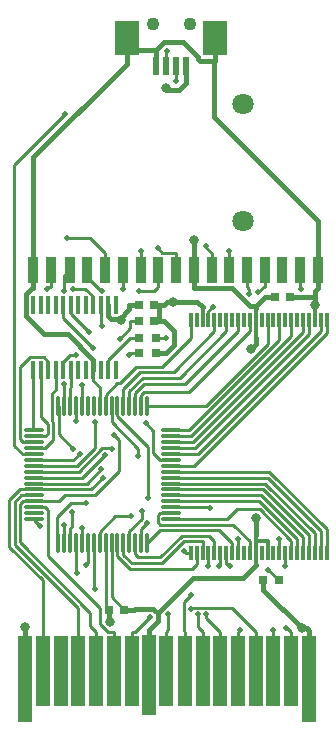
<source format=gbr>
%TF.GenerationSoftware,KiCad,Pcbnew,(6.0.2)*%
%TF.CreationDate,2022-11-02T20:30:41-05:00*%
%TF.ProjectId,REF1845B,52454631-3834-4354-922e-6b696361645f,rev?*%
%TF.SameCoordinates,Original*%
%TF.FileFunction,Copper,L1,Top*%
%TF.FilePolarity,Positive*%
%FSLAX46Y46*%
G04 Gerber Fmt 4.6, Leading zero omitted, Abs format (unit mm)*
G04 Created by KiCad (PCBNEW (6.0.2)) date 2022-11-02 20:30:41*
%MOMM*%
%LPD*%
G01*
G04 APERTURE LIST*
G04 Aperture macros list*
%AMRoundRect*
0 Rectangle with rounded corners*
0 $1 Rounding radius*
0 $2 $3 $4 $5 $6 $7 $8 $9 X,Y pos of 4 corners*
0 Add a 4 corners polygon primitive as box body*
4,1,4,$2,$3,$4,$5,$6,$7,$8,$9,$2,$3,0*
0 Add four circle primitives for the rounded corners*
1,1,$1+$1,$2,$3*
1,1,$1+$1,$4,$5*
1,1,$1+$1,$6,$7*
1,1,$1+$1,$8,$9*
0 Add four rect primitives between the rounded corners*
20,1,$1+$1,$2,$3,$4,$5,0*
20,1,$1+$1,$4,$5,$6,$7,0*
20,1,$1+$1,$6,$7,$8,$9,0*
20,1,$1+$1,$8,$9,$2,$3,0*%
G04 Aperture macros list end*
%TA.AperFunction,SMDPad,CuDef*%
%ADD10RoundRect,0.075000X-0.075000X-0.750000X0.075000X-0.750000X0.075000X0.750000X-0.075000X0.750000X0*%
%TD*%
%TA.AperFunction,SMDPad,CuDef*%
%ADD11RoundRect,0.075000X-0.750000X-0.075000X0.750000X-0.075000X0.750000X0.075000X-0.750000X0.075000X0*%
%TD*%
%TA.AperFunction,ComponentPad*%
%ADD12C,1.800000*%
%TD*%
%TA.AperFunction,SMDPad,CuDef*%
%ADD13R,0.800000X0.800000*%
%TD*%
%TA.AperFunction,SMDPad,CuDef*%
%ADD14RoundRect,0.100000X-0.100000X-0.650000X0.100000X-0.650000X0.100000X0.650000X-0.100000X0.650000X0*%
%TD*%
%TA.AperFunction,SMDPad,CuDef*%
%ADD15R,0.950000X2.250000*%
%TD*%
%TA.AperFunction,SMDPad,CuDef*%
%ADD16R,2.000000X3.000000*%
%TD*%
%TA.AperFunction,SMDPad,CuDef*%
%ADD17R,0.550000X1.630000*%
%TD*%
%TA.AperFunction,SMDPad,CuDef*%
%ADD18R,1.200000X7.250000*%
%TD*%
%TA.AperFunction,SMDPad,CuDef*%
%ADD19R,1.200000X6.000000*%
%TD*%
%TA.AperFunction,SMDPad,CuDef*%
%ADD20R,1.200000X6.750000*%
%TD*%
%TA.AperFunction,SMDPad,CuDef*%
%ADD21R,0.300000X1.300000*%
%TD*%
%TA.AperFunction,ComponentPad*%
%ADD22C,1.100000*%
%TD*%
%TA.AperFunction,ViaPad*%
%ADD23C,0.500000*%
%TD*%
%TA.AperFunction,ViaPad*%
%ADD24C,0.800000*%
%TD*%
%TA.AperFunction,Conductor*%
%ADD25C,0.250000*%
%TD*%
%TA.AperFunction,Conductor*%
%ADD26C,0.450000*%
%TD*%
%TA.AperFunction,Conductor*%
%ADD27C,0.299800*%
%TD*%
G04 APERTURE END LIST*
D10*
%TO.P,U3,1,I/O*%
%TO.N,/D1*%
X141405000Y-115654000D03*
%TO.P,U3,2,I/O*%
%TO.N,/D2*%
X141905000Y-115654000D03*
%TO.P,U3,3,I/O*%
%TO.N,/D3*%
X142405000Y-115654000D03*
%TO.P,U3,4,I/O*%
%TO.N,/D4*%
X142905000Y-115654000D03*
%TO.P,U3,5,I/O*%
%TO.N,/D5*%
X143405000Y-115654000D03*
%TO.P,U3,6,I/O*%
%TO.N,/D6*%
X143905000Y-115654000D03*
%TO.P,U3,7,I/O*%
%TO.N,/D7*%
X144405000Y-115654000D03*
%TO.P,U3,8,I/O*%
%TO.N,/A16*%
X144905000Y-115654000D03*
%TO.P,U3,9,I/O*%
%TO.N,/GND*%
X145405000Y-115654000D03*
%TO.P,U3,10,I/O*%
%TO.N,/VCC*%
X145905000Y-115654000D03*
%TO.P,U3,11,I/O*%
%TO.N,/A15*%
X146405000Y-115654000D03*
%TO.P,U3,12,I/O*%
%TO.N,/A14*%
X146905000Y-115654000D03*
%TO.P,U3,13,I/O*%
%TO.N,/A13*%
X147405000Y-115654000D03*
%TO.P,U3,14,I/O*%
%TO.N,/A12*%
X147905000Y-115654000D03*
%TO.P,U3,15,I/O*%
%TO.N,/A11*%
X148405000Y-115654000D03*
%TO.P,U3,16,I/O*%
%TO.N,/A9*%
X148905000Y-115654000D03*
D11*
%TO.P,U3,17,I/O*%
%TO.N,/A8*%
X150980000Y-113579000D03*
%TO.P,U3,18,I/O*%
%TO.N,/SST.WE*%
X150980000Y-113079000D03*
%TO.P,U3,19,I/O*%
%TO.N,/A18*%
X150980000Y-112579000D03*
%TO.P,U3,20,I/O*%
%TO.N,/A7*%
X150980000Y-112079000D03*
%TO.P,U3,21,I/O*%
%TO.N,/A6*%
X150980000Y-111579000D03*
%TO.P,U3,22,I/O*%
%TO.N,/A5*%
X150980000Y-111079000D03*
%TO.P,U3,23,I/O*%
%TO.N,/A4*%
X150980000Y-110579000D03*
%TO.P,U3,24,I/O*%
%TO.N,/A3*%
X150980000Y-110079000D03*
%TO.P,U3,25,I/O*%
%TO.N,/A2*%
X150980000Y-109579000D03*
%TO.P,U3,26,I/O*%
%TO.N,/A1*%
X150980000Y-109079000D03*
%TO.P,U3,27,I/O*%
%TO.N,/A0*%
X150980000Y-108579000D03*
%TO.P,U3,28,I/O*%
%TO.N,/SST.CE*%
X150980000Y-108079000D03*
%TO.P,U3,29,I/O*%
%TO.N,/SST.OE*%
X150980000Y-107579000D03*
%TO.P,U3,30,I/O*%
%TO.N,/DQ0*%
X150980000Y-107079000D03*
%TO.P,U3,31,I/O*%
%TO.N,/DQ1*%
X150980000Y-106579000D03*
%TO.P,U3,32,I/O*%
%TO.N,/DQ2*%
X150980000Y-106079000D03*
D10*
%TO.P,U3,33,I/O*%
%TO.N,/DQ3*%
X148905000Y-104004000D03*
%TO.P,U3,34,I/O*%
%TO.N,/DQ4*%
X148405000Y-104004000D03*
%TO.P,U3,35,I/O*%
%TO.N,/DQ5*%
X147905000Y-104004000D03*
%TO.P,U3,36,I/O*%
%TO.N,/DQ6*%
X147405000Y-104004000D03*
%TO.P,U3,37,I/O*%
%TO.N,/DQ7*%
X146905000Y-104004000D03*
%TO.P,U3,38,I/O*%
%TO.N,/A10*%
X146405000Y-104004000D03*
%TO.P,U3,39,I/O*%
%TO.N,/A19*%
X145905000Y-104004000D03*
%TO.P,U3,40,I/O*%
%TO.N,/A17*%
X145405000Y-104004000D03*
%TO.P,U3,41,I/O*%
%TO.N,/GND*%
X144905000Y-104004000D03*
%TO.P,U3,42,I/O*%
%TO.N,unconnected-(U3-Pad42)*%
X144405000Y-104004000D03*
%TO.P,U3,43,I/O*%
%TO.N,unconnected-(U3-Pad43)*%
X143905000Y-104004000D03*
%TO.P,U3,44,I/O*%
%TO.N,/P1-0*%
X143405000Y-104004000D03*
%TO.P,U3,45,I/O*%
%TO.N,/P1-1*%
X142905000Y-104004000D03*
%TO.P,U3,46,I/O*%
%TO.N,/P1-2*%
X142405000Y-104004000D03*
%TO.P,U3,47,I/O*%
%TO.N,/P1-3*%
X141905000Y-104004000D03*
%TO.P,U3,48,I/O*%
%TO.N,/A20*%
X141405000Y-104004000D03*
D11*
%TO.P,U3,49,I/O*%
%TO.N,/P0-0*%
X139330000Y-106079000D03*
%TO.P,U3,50,I/O*%
%TO.N,/P0-1*%
X139330000Y-106579000D03*
%TO.P,U3,51,I/O*%
%TO.N,/P0-2*%
X139330000Y-107079000D03*
%TO.P,U3,52,I/O*%
%TO.N,/P0-3*%
X139330000Y-107579000D03*
%TO.P,U3,53,I/O*%
%TO.N,/Pin.53*%
X139330000Y-108079000D03*
%TO.P,U3,54,I/O*%
%TO.N,/Pin.54*%
X139330000Y-108579000D03*
%TO.P,U3,55,I/O*%
%TO.N,/Pin.55*%
X139330000Y-109079000D03*
%TO.P,U3,56,I/O*%
%TO.N,/Pin.56*%
X139330000Y-109579000D03*
%TO.P,U3,57,I/O*%
%TO.N,/Cart.CS1*%
X139330000Y-110079000D03*
%TO.P,U3,58,I/O*%
%TO.N,/Cart.CS2*%
X139330000Y-110579000D03*
%TO.P,U3,59,I/O*%
%TO.N,/CLK*%
X139330000Y-111079000D03*
%TO.P,U3,60,I/O*%
%TO.N,/Sys.CS1*%
X139330000Y-111579000D03*
%TO.P,U3,61,I/O*%
%TO.N,/Reset*%
X139330000Y-112079000D03*
%TO.P,U3,62,I/O*%
%TO.N,/Sys.CS2*%
X139330000Y-112579000D03*
%TO.P,U3,63,I/O*%
%TO.N,unconnected-(U3-Pad63)*%
X139330000Y-113079000D03*
%TO.P,U3,64,I/O*%
%TO.N,/D0*%
X139330000Y-113579000D03*
%TD*%
D12*
%TO.P,J3,12*%
%TO.N,N/C*%
X156999000Y-88375000D03*
X156999000Y-78441000D03*
%TD*%
D13*
%TO.P,C1,1*%
%TO.N,/GND*%
X145684000Y-121273000D03*
%TO.P,C1,2*%
%TO.N,/VCC*%
X146993000Y-121272000D03*
%TD*%
D14*
%TO.P,U4,1,P0-0*%
%TO.N,/P0-0*%
X139264000Y-100976000D03*
%TO.P,U4,2,P0-1*%
%TO.N,/P0-1*%
X139899000Y-100976000D03*
%TO.P,U4,3,P0-2*%
%TO.N,/P0-2*%
X140534000Y-100976000D03*
%TO.P,U4,4,P0-3*%
%TO.N,/P0-3*%
X141169000Y-100976000D03*
%TO.P,U4,5,P1-0*%
%TO.N,/P1-0*%
X141804000Y-100976000D03*
%TO.P,U4,6,P1-2*%
%TO.N,/P1-2*%
X142439000Y-100976000D03*
%TO.P,U4,7,P1-4*%
%TO.N,unconnected-(U4-Pad7)*%
X143074000Y-100976000D03*
%TO.P,U4,8,P1-6*%
%TO.N,unconnected-(U4-Pad8)*%
X143709000Y-100976000D03*
%TO.P,U4,9,VSS*%
%TO.N,/GND*%
X144344000Y-100976000D03*
%TO.P,U4,10,VPP*%
%TO.N,unconnected-(U4-Pad10)*%
X144979000Y-100976000D03*
%TO.P,U4,11,VREG/P2-0*%
%TO.N,/VREG*%
X145614000Y-100976000D03*
%TO.P,U4,12,XTALIN/P2-1*%
%TO.N,unconnected-(U4-Pad12)*%
X146249000Y-100976000D03*
%TO.P,U4,13,XTALOUT*%
%TO.N,unconnected-(U4-Pad13)*%
X146249000Y-95476000D03*
%TO.P,U4,14,VCC*%
%TO.N,/USB.VCC*%
X145614000Y-95476000D03*
%TO.P,U4,15,D-/SDATA*%
%TO.N,/USB.D-*%
X144979000Y-95476000D03*
%TO.P,U4,16,D+/SCLK*%
%TO.N,/USB.D+*%
X144344000Y-95476000D03*
%TO.P,U4,17,P1-7*%
%TO.N,unconnected-(U4-Pad17)*%
X143709000Y-95476000D03*
%TO.P,U4,18,P1-5*%
%TO.N,unconnected-(U4-Pad18)*%
X143074000Y-95476000D03*
%TO.P,U4,19,P1-3*%
%TO.N,/P1-3*%
X142439000Y-95476000D03*
%TO.P,U4,20,P1-1*%
%TO.N,/P1-1*%
X141804000Y-95476000D03*
%TO.P,U4,21,P0-7*%
%TO.N,unconnected-(U4-Pad21)*%
X141169000Y-95476000D03*
%TO.P,U4,22,P0-6*%
%TO.N,unconnected-(U4-Pad22)*%
X140534000Y-95476000D03*
%TO.P,U4,23,P0-5*%
%TO.N,unconnected-(U4-Pad23)*%
X139899000Y-95476000D03*
%TO.P,U4,24,P0-4*%
%TO.N,unconnected-(U4-Pad24)*%
X139264000Y-95476000D03*
%TD*%
D13*
%TO.P,R2,1*%
%TO.N,/IRQ*%
X148218000Y-96830000D03*
%TO.P,R2,2*%
%TO.N,/GND*%
X149527000Y-96829000D03*
%TD*%
%TO.P,C2,1*%
%TO.N,/USB.VCC*%
X148218000Y-95444000D03*
%TO.P,C2,2*%
%TO.N,/GND*%
X149527000Y-95443000D03*
%TD*%
%TO.P,R3,1*%
%TO.N,/USB.D-*%
X148230000Y-99562000D03*
%TO.P,R3,2*%
%TO.N,/VREG*%
X148229000Y-98253000D03*
%TD*%
%TO.P,C3,1*%
%TO.N,/VCC*%
X159719000Y-94785000D03*
%TO.P,C3,2*%
%TO.N,/GND*%
X161028000Y-94784000D03*
%TD*%
%TO.P,R4,1*%
%TO.N,/GND*%
X149653000Y-99562000D03*
%TO.P,R4,2*%
%TO.N,/P1-0*%
X149652000Y-98253000D03*
%TD*%
D15*
%TO.P,U5,1,GND*%
%TO.N,/GND*%
X163351000Y-92490000D03*
%TO.P,U5,2,CLK*%
%TO.N,/CLK*%
X161881000Y-92483000D03*
%TO.P,U5,3,N/C*%
%TO.N,unconnected-(U5-Pad3)*%
X160372000Y-92487000D03*
%TO.P,U5,4,CS1*%
%TO.N,/Cart.CS1*%
X158870000Y-92487000D03*
%TO.P,U5,5,Reset*%
%TO.N,/Reset*%
X157360000Y-92488000D03*
%TO.P,U5,6,CS2*%
%TO.N,/Cart.CS2*%
X155849000Y-92488000D03*
%TO.P,U5,7,IRQ*%
%TO.N,/IRQ*%
X154380000Y-92487000D03*
%TO.P,U5,8,VCC*%
%TO.N,/VCC*%
X152872000Y-92492000D03*
%TO.P,U5,9,D0*%
%TO.N,/D0*%
X151363000Y-92486000D03*
%TO.P,U5,10,D1*%
%TO.N,/D1*%
X149860000Y-92489000D03*
%TO.P,U5,11,D2*%
%TO.N,/D2*%
X148388000Y-92488000D03*
%TO.P,U5,12,D3*%
%TO.N,/D3*%
X146879000Y-92490000D03*
%TO.P,U5,13,D4*%
%TO.N,/D4*%
X145334000Y-92493000D03*
%TO.P,U5,14,D5*%
%TO.N,/D5*%
X143861000Y-92488000D03*
%TO.P,U5,15,D6*%
%TO.N,/D6*%
X142359000Y-92492000D03*
%TO.P,U5,16,D7*%
%TO.N,/D7*%
X140812000Y-92484000D03*
%TO.P,U5,17,GND*%
%TO.N,/GND*%
X139298000Y-92487000D03*
%TD*%
D13*
%TO.P,R1,1*%
%TO.N,/GND*%
X158759000Y-118736000D03*
%TO.P,R1,2*%
%TO.N,/A20*%
X160068000Y-118735000D03*
%TD*%
D16*
%TO.P,J1,1,Pin_1*%
%TO.N,/GND*%
X147200000Y-72879000D03*
X154624000Y-72877000D03*
D17*
X149663000Y-75217000D03*
%TO.P,J1,2,Pin_2*%
%TO.N,/USB.D+*%
X150497000Y-75222000D03*
%TO.P,J1,3,Pin_3*%
%TO.N,/USB.D-*%
X151367000Y-75222000D03*
%TO.P,J1,4,Pin_4*%
%TO.N,/USB.VCC*%
X152241000Y-75221000D03*
%TD*%
D18*
%TO.P,U1,1,GND*%
%TO.N,/GND*%
X138546900Y-127090900D03*
D19*
%TO.P,U1,2,CLK*%
%TO.N,/CLK*%
X140088900Y-126444900D03*
%TO.P,U1,3,N/C*%
%TO.N,unconnected-(U1-Pad3)*%
X141603900Y-126452900D03*
%TO.P,U1,4,CS1*%
%TO.N,/Sys.CS1*%
X143062900Y-126444900D03*
%TO.P,U1,5,Reset*%
%TO.N,/Reset*%
X144569900Y-126451900D03*
%TO.P,U1,6,CS2*%
%TO.N,/Sys.CS2*%
X146132900Y-126451900D03*
%TO.P,U1,7,IRQ*%
%TO.N,/IRQ*%
X147631900Y-126451900D03*
D20*
%TO.P,U1,8,VCC*%
%TO.N,/VCC*%
X149058900Y-126794900D03*
D19*
%TO.P,U1,9,D0*%
%TO.N,/D0*%
X150555900Y-126459900D03*
%TO.P,U1,10,D1*%
%TO.N,/D1*%
X152118900Y-126459900D03*
%TO.P,U1,11,D2*%
%TO.N,/D2*%
X153625900Y-126451900D03*
%TO.P,U1,12,D3*%
%TO.N,/D3*%
X155100900Y-126451900D03*
%TO.P,U1,13,D4*%
%TO.N,/D4*%
X156599900Y-126451900D03*
%TO.P,U1,14,D5*%
%TO.N,/D5*%
X158098900Y-126443900D03*
%TO.P,U1,15,D6*%
%TO.N,/D6*%
X159613900Y-126451900D03*
%TO.P,U1,16,D7*%
%TO.N,/D7*%
X161128900Y-126451900D03*
D18*
%TO.P,U1,17,GND*%
%TO.N,/GND*%
X162635900Y-127084900D03*
%TD*%
D21*
%TO.P,U2,1,A16*%
%TO.N,/A16*%
X152614000Y-116422000D03*
%TO.P,U2,2,A15*%
%TO.N,/A15*%
X153114000Y-116422000D03*
%TO.P,U2,3,A14*%
%TO.N,/A14*%
X153614000Y-116422000D03*
%TO.P,U2,4,A13*%
%TO.N,/A13*%
X154114000Y-116422000D03*
%TO.P,U2,5,A12*%
%TO.N,/A12*%
X154614000Y-116422000D03*
%TO.P,U2,6,A11*%
%TO.N,/A11*%
X155114000Y-116422000D03*
%TO.P,U2,7,A10*%
%TO.N,/A10*%
X155614000Y-116422000D03*
%TO.P,U2,8,A9*%
%TO.N,/A9*%
X156114000Y-116422000D03*
%TO.P,U2,9,A20*%
%TO.N,/A20*%
X156614000Y-116422000D03*
%TO.P,U2,10,N/C*%
%TO.N,unconnected-(U2-Pad10)*%
X157114000Y-116422000D03*
%TO.P,U2,11,WE#*%
%TO.N,/SST.WE*%
X157614000Y-116422000D03*
%TO.P,U2,12,RESET#*%
%TO.N,/VCC*%
X158114000Y-116422000D03*
%TO.P,U2,13,N/C*%
%TO.N,unconnected-(U2-Pad13)*%
X158614000Y-116422000D03*
%TO.P,U2,14,WP#*%
%TO.N,/VCC*%
X159114000Y-116422000D03*
%TO.P,U2,15,N/C*%
%TO.N,unconnected-(U2-Pad15)*%
X159614000Y-116422000D03*
%TO.P,U2,16,A19*%
%TO.N,/A19*%
X160114000Y-116422000D03*
%TO.P,U2,17,A18*%
%TO.N,/A18*%
X160614000Y-116422000D03*
%TO.P,U2,18,A8*%
%TO.N,/A8*%
X161114000Y-116422000D03*
%TO.P,U2,19,A7*%
%TO.N,/A7*%
X161614000Y-116422000D03*
%TO.P,U2,20,A6*%
%TO.N,/A6*%
X162114000Y-116422000D03*
%TO.P,U2,21,A5*%
%TO.N,/A5*%
X162614000Y-116422000D03*
%TO.P,U2,22,A4*%
%TO.N,/A4*%
X163114000Y-116422000D03*
%TO.P,U2,23,A3*%
%TO.N,/A3*%
X163614000Y-116422000D03*
%TO.P,U2,24,A2*%
%TO.N,/A2*%
X164114000Y-116422000D03*
%TO.P,U2,25,A1*%
%TO.N,/A1*%
X164114000Y-96722000D03*
%TO.P,U2,26,CE#*%
%TO.N,/SST.CE*%
X163614000Y-96722000D03*
%TO.P,U2,27,VSS*%
%TO.N,/GND*%
X163114000Y-96722000D03*
%TO.P,U2,28,OE#*%
%TO.N,/SST.OE*%
X162614000Y-96722000D03*
%TO.P,U2,29,DQ0*%
%TO.N,/DQ0*%
X162114000Y-96722000D03*
%TO.P,U2,30,N/C*%
%TO.N,unconnected-(U2-Pad30)*%
X161614000Y-96722000D03*
%TO.P,U2,31,DQ1*%
%TO.N,/DQ1*%
X161114000Y-96722000D03*
%TO.P,U2,32,N/C*%
%TO.N,unconnected-(U2-Pad32)*%
X160614000Y-96722000D03*
%TO.P,U2,33,DQ2*%
%TO.N,/DQ2*%
X160114000Y-96722000D03*
%TO.P,U2,34,N/C*%
%TO.N,unconnected-(U2-Pad34)*%
X159614000Y-96722000D03*
%TO.P,U2,35,DQ3*%
%TO.N,/DQ3*%
X159114000Y-96722000D03*
%TO.P,U2,36,N/C*%
%TO.N,unconnected-(U2-Pad36)*%
X158614000Y-96722000D03*
%TO.P,U2,37,VCC*%
%TO.N,/VCC*%
X158114000Y-96722000D03*
%TO.P,U2,38,DQ4*%
%TO.N,/DQ4*%
X157614000Y-96722000D03*
%TO.P,U2,39,N/C*%
%TO.N,unconnected-(U2-Pad39)*%
X157114000Y-96722000D03*
%TO.P,U2,40,DQ5*%
%TO.N,/DQ5*%
X156614000Y-96722000D03*
%TO.P,U2,41,N/C*%
%TO.N,unconnected-(U2-Pad41)*%
X156114000Y-96722000D03*
%TO.P,U2,42,DQ6*%
%TO.N,/DQ6*%
X155614000Y-96722000D03*
%TO.P,U2,43,N/C*%
%TO.N,unconnected-(U2-Pad43)*%
X155114000Y-96722000D03*
%TO.P,U2,44,DQ7*%
%TO.N,/DQ7*%
X154614000Y-96722000D03*
%TO.P,U2,45,A0*%
%TO.N,/A0*%
X154114000Y-96722000D03*
%TO.P,U2,46,VSS*%
%TO.N,/GND*%
X153614000Y-96722000D03*
%TO.P,U2,47,N/C*%
%TO.N,unconnected-(U2-Pad47)*%
X153114000Y-96722000D03*
%TO.P,U2,48,A17*%
%TO.N,/A17*%
X152614000Y-96722000D03*
%TD*%
D22*
%TO.P,J2,5*%
%TO.N,N/C*%
X149446835Y-71650800D03*
X152509000Y-71653200D03*
%TD*%
D23*
%TO.N,/P1-1*%
X144315900Y-99108100D03*
X142905000Y-105295300D03*
%TO.N,/P1-3*%
X144010200Y-97781100D03*
X141905000Y-102178000D03*
%TO.N,/Cart.CS2*%
X155849000Y-90890100D03*
X145018500Y-109362100D03*
%TO.N,/Cart.CS1*%
X158330500Y-94390200D03*
X145332800Y-108186400D03*
%TO.N,/CLK*%
X145167700Y-110091700D03*
X161953200Y-94094000D03*
%TO.N,/Reset*%
X146122200Y-106438600D03*
X157504300Y-94516000D03*
%TO.N,/D0*%
X139833800Y-114186500D03*
X150674200Y-121662200D03*
X149798400Y-90639500D03*
%TO.N,/D1*%
X143772300Y-112213600D03*
X148234200Y-94266900D03*
X152604800Y-120021700D03*
%TO.N,/D2*%
X141881000Y-114067300D03*
X148388000Y-90878200D03*
X153234900Y-121662200D03*
%TO.N,/D3*%
X142545700Y-112966700D03*
X146879000Y-94071800D03*
X153935100Y-121662200D03*
%TO.N,/D4*%
X156749800Y-122976900D03*
X142979600Y-118120000D03*
X142106300Y-89795600D03*
%TO.N,/D5*%
X143405000Y-114362100D03*
X152622400Y-121212100D03*
X145135500Y-94263200D03*
%TO.N,/D6*%
X143713200Y-117433200D03*
X159613900Y-122989000D03*
X141892400Y-94257500D03*
%TO.N,/D7*%
X144473500Y-119540400D03*
X140431500Y-94073200D03*
X160709200Y-122772800D03*
%TO.N,/P1-0*%
X142922300Y-99684500D03*
X143405000Y-102205100D03*
X150526800Y-98227200D03*
%TO.N,/IRQ*%
X149133500Y-121894900D03*
X146582900Y-98347100D03*
X153943100Y-90462000D03*
%TO.N,/Pin.55*%
X144519900Y-105350400D03*
%TO.N,/Pin.54*%
X143205600Y-108036600D03*
%TO.N,/Pin.56*%
X145949700Y-107613700D03*
%TO.N,/Pin.53*%
X141993100Y-79322100D03*
D24*
%TO.N,/USB.VCC*%
X146720300Y-96749100D03*
X150480100Y-77127700D03*
D23*
%TO.N,/USB.D-*%
X145113900Y-97248700D03*
X151367000Y-76506700D03*
X147349100Y-99717800D03*
%TO.N,/USB.D+*%
X150589000Y-73947100D03*
X142682600Y-94080800D03*
%TO.N,/A0*%
X154459900Y-95616400D03*
X148793100Y-105491600D03*
D24*
%TO.N,/GND*%
X138546900Y-122737400D03*
X151079200Y-95166500D03*
X145769100Y-122279400D03*
X162039200Y-122842100D03*
X163114000Y-95425200D03*
D23*
%TO.N,/A18*%
X160614000Y-117537900D03*
X154275600Y-112662200D03*
%TO.N,/A19*%
X160066300Y-115311900D03*
X148178600Y-108276100D03*
D24*
%TO.N,/VCC*%
X157708700Y-99153800D03*
X158114000Y-113504800D03*
X152872000Y-89988700D03*
D23*
%TO.N,/A20*%
X156614000Y-115304000D03*
X159192300Y-117859300D03*
X142620900Y-107611700D03*
%TO.N,/A10*%
X155911200Y-117524400D03*
X148985900Y-111786900D03*
%TO.N,/A11*%
X155038800Y-117541600D03*
X148937500Y-113913300D03*
%TO.N,/A13*%
X154114000Y-117523800D03*
X148455500Y-112924900D03*
%TO.N,/A16*%
X152010700Y-116269600D03*
X147546700Y-113345500D03*
%TD*%
D25*
%TO.N,/GND*%
X144344000Y-101882000D02*
X144905000Y-102443000D01*
X144905000Y-102443000D02*
X144905000Y-104004000D01*
X144344000Y-101691000D02*
X144344000Y-101882000D01*
%TO.N,/P1-1*%
X142905000Y-104004000D02*
X142905000Y-105295300D01*
X141804000Y-96596200D02*
X144315900Y-99108100D01*
X141804000Y-95476000D02*
X141804000Y-96596200D01*
%TO.N,/P1-3*%
X142439000Y-96209900D02*
X144010200Y-97781100D01*
X142439000Y-95476000D02*
X142439000Y-96209900D01*
X141905000Y-104004000D02*
X141905000Y-102178000D01*
%TO.N,/P1-2*%
X142405000Y-102491500D02*
X142405000Y-104004000D01*
X142480200Y-102416300D02*
X142405000Y-102491500D01*
X142480200Y-101017200D02*
X142480200Y-102416300D01*
X142439000Y-100976000D02*
X142480200Y-101017200D01*
%TO.N,/P0-3*%
X140248300Y-107579000D02*
X139330000Y-107579000D01*
X140968600Y-106858700D02*
X140248300Y-107579000D01*
X140968600Y-105339000D02*
X140968600Y-106858700D01*
X140883700Y-105254100D02*
X140968600Y-105339000D01*
X140883700Y-102921400D02*
X140883700Y-105254100D01*
X141169000Y-102636100D02*
X140883700Y-102921400D01*
X141169000Y-100976000D02*
X141169000Y-102636100D01*
%TO.N,/P0-2*%
X140534000Y-100253000D02*
X140534000Y-100976000D01*
X140154000Y-99873000D02*
X140534000Y-100253000D01*
X139013200Y-99873000D02*
X140154000Y-99873000D01*
X138159700Y-100726500D02*
X139013200Y-99873000D01*
X138159700Y-106809000D02*
X138159700Y-100726500D01*
X138429700Y-107079000D02*
X138159700Y-106809000D01*
X139330000Y-107079000D02*
X138429700Y-107079000D01*
%TO.N,/P0-1*%
X140272400Y-106579000D02*
X139330000Y-106579000D01*
X140489900Y-106361500D02*
X140272400Y-106579000D01*
X140489900Y-105566100D02*
X140489900Y-106361500D01*
X139899000Y-104975200D02*
X140489900Y-105566100D01*
X139899000Y-100976000D02*
X139899000Y-104975200D01*
%TO.N,/P0-0*%
X139264000Y-106013000D02*
X139330000Y-106079000D01*
X139264000Y-100976000D02*
X139264000Y-106013000D01*
%TO.N,/Cart.CS2*%
X155849000Y-92488000D02*
X155849000Y-91037900D01*
X155849000Y-91037900D02*
X155849000Y-90890100D01*
X143801600Y-110579000D02*
X139330000Y-110579000D01*
X145018500Y-109362100D02*
X143801600Y-110579000D01*
%TO.N,/Cart.CS1*%
X158870000Y-92487000D02*
X158870000Y-93937100D01*
X158783600Y-93937100D02*
X158330500Y-94390200D01*
X158870000Y-93937100D02*
X158783600Y-93937100D01*
X143440200Y-110079000D02*
X139330000Y-110079000D01*
X145332800Y-108186400D02*
X143440200Y-110079000D01*
%TO.N,/CLK*%
X140088900Y-126444900D02*
X140088900Y-123119800D01*
X138142500Y-111079000D02*
X139330000Y-111079000D01*
X137266000Y-111955500D02*
X138142500Y-111079000D01*
X137266000Y-115963700D02*
X137266000Y-111955500D01*
X140088900Y-118786600D02*
X137266000Y-115963700D01*
X140088900Y-123119800D02*
X140088900Y-118786600D01*
X161953200Y-94005300D02*
X161881000Y-93933100D01*
X161953200Y-94094000D02*
X161953200Y-94005300D01*
X161881000Y-92483000D02*
X161881000Y-93933100D01*
X144180400Y-111079000D02*
X139330000Y-111079000D01*
X145167700Y-110091700D02*
X144180400Y-111079000D01*
%TO.N,/Sys.CS1*%
X143062900Y-126444900D02*
X143062900Y-123119800D01*
X143062900Y-121102200D02*
X143062900Y-123119800D01*
X137716100Y-115755400D02*
X143062900Y-121102200D01*
X137716100Y-112142000D02*
X137716100Y-115755400D01*
X138279100Y-111579000D02*
X137716100Y-112142000D01*
X139330000Y-111579000D02*
X138279100Y-111579000D01*
%TO.N,/Reset*%
X144569900Y-126451900D02*
X144569900Y-123126800D01*
X138415700Y-112079000D02*
X139330000Y-112079000D01*
X138166200Y-112328500D02*
X138415700Y-112079000D01*
X138166200Y-115568800D02*
X138166200Y-112328500D01*
X144118900Y-121521500D02*
X138166200Y-115568800D01*
X144118900Y-122675800D02*
X144118900Y-121521500D01*
X144569900Y-123126800D02*
X144118900Y-122675800D01*
X146572100Y-106888500D02*
X146122200Y-106438600D01*
X146572100Y-109501400D02*
X146572100Y-106888500D01*
X144489700Y-111583800D02*
X146572100Y-109501400D01*
X141978800Y-111583800D02*
X144489700Y-111583800D01*
X141483600Y-112079000D02*
X141978800Y-111583800D01*
X139330000Y-112079000D02*
X141483600Y-112079000D01*
X157504300Y-94082400D02*
X157360000Y-93938100D01*
X157504300Y-94516000D02*
X157504300Y-94082400D01*
X157360000Y-92488000D02*
X157360000Y-93938100D01*
%TO.N,/Sys.CS2*%
X146132900Y-126451900D02*
X146132900Y-123126800D01*
X145591000Y-123126800D02*
X146132900Y-123126800D01*
X144913500Y-122449300D02*
X145591000Y-123126800D01*
X144913500Y-121139200D02*
X144913500Y-122449300D01*
X140510300Y-116736000D02*
X144913500Y-121139200D01*
X140510300Y-112848200D02*
X140510300Y-116736000D01*
X140241100Y-112579000D02*
X140510300Y-112848200D01*
X139330000Y-112579000D02*
X140241100Y-112579000D01*
%TO.N,/D0*%
X150555900Y-126459900D02*
X150555900Y-123134800D01*
X151363000Y-92486000D02*
X151363000Y-91035900D01*
X139330000Y-113682700D02*
X139833800Y-114186500D01*
X139330000Y-113579000D02*
X139330000Y-113682700D01*
X150194800Y-91035900D02*
X149798400Y-90639500D01*
X151363000Y-91035900D02*
X150194800Y-91035900D01*
X150674200Y-123016500D02*
X150674200Y-121662200D01*
X150555900Y-123134800D02*
X150674200Y-123016500D01*
%TO.N,/D1*%
X143772300Y-112213700D02*
X143772300Y-112213600D01*
X142471000Y-112213700D02*
X143772300Y-112213700D01*
X141305900Y-113378800D02*
X142471000Y-112213700D01*
X141305900Y-115554900D02*
X141305900Y-113378800D01*
X141405000Y-115654000D02*
X141305900Y-115554900D01*
X149860000Y-92489000D02*
X149860000Y-93939100D01*
X149532200Y-94266900D02*
X149860000Y-93939100D01*
X148234200Y-94266900D02*
X149532200Y-94266900D01*
X152118900Y-126459900D02*
X152118900Y-123134800D01*
X152047300Y-123063200D02*
X152118900Y-123134800D01*
X152047300Y-120579200D02*
X152047300Y-123063200D01*
X152604800Y-120021700D02*
X152047300Y-120579200D01*
%TO.N,/D2*%
X141905000Y-114091300D02*
X141905000Y-115654000D01*
X141881000Y-114067300D02*
X141905000Y-114091300D01*
X148388000Y-92488000D02*
X148388000Y-91037900D01*
X153625900Y-126451900D02*
X153625900Y-123126800D01*
X148388000Y-91037900D02*
X148388000Y-90878200D01*
X153234900Y-122735800D02*
X153234900Y-121662200D01*
X153625900Y-123126800D02*
X153234900Y-122735800D01*
%TO.N,/D3*%
X146879000Y-92490000D02*
X146879000Y-93940100D01*
X146879000Y-93940100D02*
X146879000Y-94071800D01*
X155100900Y-126451900D02*
X155100900Y-123126800D01*
X142545700Y-114216000D02*
X142545700Y-112966700D01*
X142405000Y-114356700D02*
X142545700Y-114216000D01*
X142405000Y-115654000D02*
X142405000Y-114356700D01*
X153935100Y-121961000D02*
X153935100Y-121662200D01*
X155100900Y-123126800D02*
X153935100Y-121961000D01*
%TO.N,/D4*%
X142905000Y-118045400D02*
X142905000Y-115654000D01*
X142979600Y-118120000D02*
X142905000Y-118045400D01*
X156599900Y-126451900D02*
X156599900Y-123126800D01*
X145334000Y-92493000D02*
X145334000Y-91042900D01*
X144086700Y-89795600D02*
X142106300Y-89795600D01*
X145334000Y-91042900D02*
X144086700Y-89795600D01*
X156599900Y-123126800D02*
X156749800Y-122976900D01*
%TO.N,/D5*%
X143405000Y-115654000D02*
X143405000Y-114362100D01*
X158098900Y-126443900D02*
X158098900Y-123118800D01*
X152747400Y-121087100D02*
X152622400Y-121212100D01*
X156067200Y-121087100D02*
X152747400Y-121087100D01*
X158098900Y-123118800D02*
X156067200Y-121087100D01*
X145135500Y-94263100D02*
X145135500Y-94263200D01*
X145035100Y-94263100D02*
X145135500Y-94263100D01*
X143861000Y-93089000D02*
X145035100Y-94263100D01*
X143861000Y-92488000D02*
X143861000Y-93089000D01*
%TO.N,/D6*%
X143905000Y-117241400D02*
X143713200Y-117433200D01*
X143905000Y-115654000D02*
X143905000Y-117241400D01*
X159613900Y-126451900D02*
X159613900Y-123126800D01*
X159613900Y-123126800D02*
X159613900Y-122989000D01*
X141892400Y-92958600D02*
X141892400Y-94257500D01*
X142359000Y-92492000D02*
X141892400Y-92958600D01*
%TO.N,/D7*%
X144405000Y-119471900D02*
X144473500Y-119540400D01*
X144405000Y-115654000D02*
X144405000Y-119471900D01*
X140812000Y-92484000D02*
X140812000Y-93934100D01*
X140570600Y-93934100D02*
X140431500Y-94073200D01*
X140812000Y-93934100D02*
X140570600Y-93934100D01*
X161128900Y-126451900D02*
X161128900Y-123126800D01*
X160774900Y-122772800D02*
X160709200Y-122772800D01*
X161128900Y-123126800D02*
X160774900Y-122772800D01*
%TO.N,/P1-0*%
X149652000Y-98253000D02*
X150377100Y-98253000D01*
X150402900Y-98227200D02*
X150526800Y-98227200D01*
X150377100Y-98253000D02*
X150402900Y-98227200D01*
X143405000Y-104004000D02*
X143405000Y-102205100D01*
X142366800Y-99684500D02*
X142922300Y-99684500D01*
X141804000Y-100247300D02*
X142366800Y-99684500D01*
X141804000Y-100976000D02*
X141804000Y-100247300D01*
%TO.N,/VREG*%
X148229000Y-98253000D02*
X147503900Y-98253000D01*
X145614000Y-100142900D02*
X147503900Y-98253000D01*
X145614000Y-100976000D02*
X145614000Y-100142900D01*
%TO.N,/IRQ*%
X147631900Y-126451900D02*
X147631900Y-123126800D01*
X147901600Y-123126800D02*
X149133500Y-121894900D01*
X147631900Y-123126800D02*
X147901600Y-123126800D01*
X148218000Y-96830000D02*
X147492900Y-96830000D01*
X154380000Y-92487000D02*
X154380000Y-91036900D01*
X147492900Y-97437100D02*
X146582900Y-98347100D01*
X147492900Y-96830000D02*
X147492900Y-97437100D01*
X153943100Y-90600000D02*
X154380000Y-91036900D01*
X153943100Y-90462000D02*
X153943100Y-90600000D01*
%TO.N,/Pin.55*%
X142990100Y-109079000D02*
X139330000Y-109079000D01*
X144519900Y-107549200D02*
X142990100Y-109079000D01*
X144519900Y-105350400D02*
X144519900Y-107549200D01*
%TO.N,/Pin.54*%
X142663200Y-108579000D02*
X139330000Y-108579000D01*
X143205600Y-108036600D02*
X142663200Y-108579000D01*
%TO.N,/Pin.56*%
X145912400Y-107576400D02*
X145949700Y-107613700D01*
X145129200Y-107576400D02*
X145912400Y-107576400D01*
X143126600Y-109579000D02*
X145129200Y-107576400D01*
X139330000Y-109579000D02*
X143126600Y-109579000D01*
%TO.N,/Pin.53*%
X138387900Y-108079000D02*
X139330000Y-108079000D01*
X137682200Y-107373300D02*
X138387900Y-108079000D01*
X137682200Y-83633000D02*
X137682200Y-107373300D01*
X141993100Y-79322100D02*
X137682200Y-83633000D01*
D26*
%TO.N,/USB.VCC*%
X148218000Y-95444000D02*
X147392900Y-95444000D01*
X146600600Y-96629400D02*
X146720300Y-96749100D01*
X146569700Y-96660300D02*
X146600600Y-96629400D01*
X145885900Y-96660300D02*
X146569700Y-96660300D01*
X145614000Y-96388400D02*
X145885900Y-96660300D01*
X145614000Y-95476000D02*
X145614000Y-96388400D01*
X147392900Y-95837100D02*
X147392900Y-95444000D01*
X146600600Y-96629400D02*
X147392900Y-95837100D01*
X152241000Y-76637100D02*
X152241000Y-75221000D01*
X151659400Y-77218700D02*
X152241000Y-76637100D01*
X150571100Y-77218700D02*
X151659400Y-77218700D01*
X150480100Y-77127700D02*
X150571100Y-77218700D01*
D25*
%TO.N,/USB.D-*%
X151367000Y-75222000D02*
X151367000Y-76362100D01*
X151367000Y-76362100D02*
X151367000Y-76506700D01*
X144979000Y-97113800D02*
X145113900Y-97248700D01*
X144979000Y-95476000D02*
X144979000Y-97113800D01*
X148230000Y-99562000D02*
X147504900Y-99562000D01*
X147349100Y-99717800D02*
X147504900Y-99562000D01*
%TO.N,/USB.D+*%
X150497000Y-75222000D02*
X150497000Y-74081900D01*
X150589000Y-73989900D02*
X150589000Y-73947100D01*
X150497000Y-74081900D02*
X150589000Y-73989900D01*
X144344000Y-94734400D02*
X144344000Y-95476000D01*
X143690400Y-94080800D02*
X144344000Y-94734400D01*
X142682600Y-94080800D02*
X143690400Y-94080800D01*
%TO.N,/A17*%
X145405000Y-103059600D02*
X145405000Y-104004000D01*
X146388500Y-102076100D02*
X145405000Y-103059600D01*
X146620300Y-102076100D02*
X146388500Y-102076100D01*
X148007100Y-100689300D02*
X146620300Y-102076100D01*
X150142500Y-100689300D02*
X148007100Y-100689300D01*
X152614000Y-98217800D02*
X150142500Y-100689300D01*
X152614000Y-96722000D02*
X152614000Y-98217800D01*
%TO.N,/A0*%
X150030300Y-108579000D02*
X150980000Y-108579000D01*
X149436100Y-107984800D02*
X150030300Y-108579000D01*
X149436100Y-106134600D02*
X149436100Y-107984800D01*
X148793100Y-105491600D02*
X149436100Y-106134600D01*
X154114000Y-95962300D02*
X154459900Y-95616400D01*
X154114000Y-96722000D02*
X154114000Y-95962300D01*
%TO.N,/DQ7*%
X154614000Y-96722000D02*
X154614000Y-97697100D01*
X146905000Y-102564800D02*
X146905000Y-104004000D01*
X148330300Y-101139500D02*
X146905000Y-102564800D01*
X151171600Y-101139500D02*
X148330300Y-101139500D01*
X154614000Y-97697100D02*
X151171600Y-101139500D01*
%TO.N,/DQ6*%
X147405000Y-102783000D02*
X147405000Y-104004000D01*
X148543800Y-101644200D02*
X147405000Y-102783000D01*
X151666900Y-101644200D02*
X148543800Y-101644200D01*
X155614000Y-97697100D02*
X151666900Y-101644200D01*
X155614000Y-96722000D02*
X155614000Y-97697100D01*
%TO.N,/DQ5*%
X156614000Y-96722000D02*
X156614000Y-97697100D01*
X147905000Y-102932000D02*
X147905000Y-104004000D01*
X148682600Y-102154400D02*
X147905000Y-102932000D01*
X152156700Y-102154400D02*
X148682600Y-102154400D01*
X156614000Y-97697100D02*
X152156700Y-102154400D01*
%TO.N,/DQ4*%
X148405000Y-103068700D02*
X148405000Y-104004000D01*
X148632700Y-102841000D02*
X148405000Y-103068700D01*
X152470100Y-102841000D02*
X148632700Y-102841000D01*
X157614000Y-97697100D02*
X152470100Y-102841000D01*
X157614000Y-96722000D02*
X157614000Y-97697100D01*
%TO.N,/DQ3*%
X153884200Y-104004000D02*
X148905000Y-104004000D01*
X159114000Y-98774200D02*
X153884200Y-104004000D01*
X159114000Y-96722000D02*
X159114000Y-98774200D01*
%TO.N,/DQ2*%
X152449900Y-106079000D02*
X150980000Y-106079000D01*
X160114000Y-98414900D02*
X152449900Y-106079000D01*
X160114000Y-96722000D02*
X160114000Y-98414900D01*
%TO.N,/DQ1*%
X161114000Y-96722000D02*
X161114000Y-97697100D01*
X161114000Y-98082500D02*
X161114000Y-97697100D01*
X152617500Y-106579000D02*
X161114000Y-98082500D01*
X150980000Y-106579000D02*
X152617500Y-106579000D01*
%TO.N,/DQ0*%
X162114000Y-96722000D02*
X162114000Y-97697100D01*
X162114000Y-97775000D02*
X162114000Y-97697100D01*
X152810000Y-107079000D02*
X162114000Y-97775000D01*
X150980000Y-107079000D02*
X152810000Y-107079000D01*
%TO.N,/SST.OE*%
X162614000Y-97914900D02*
X162614000Y-96722000D01*
X152949900Y-107579000D02*
X162614000Y-97914900D01*
X150980000Y-107579000D02*
X152949900Y-107579000D01*
D26*
%TO.N,/GND*%
X161028000Y-94784000D02*
X161853100Y-94784000D01*
D25*
X145405000Y-120994000D02*
X145684000Y-121273000D01*
X145405000Y-115654000D02*
X145405000Y-120994000D01*
D26*
X138546900Y-127090900D02*
X138546900Y-122737400D01*
X162635900Y-127084900D02*
X162635900Y-123034800D01*
X158759000Y-118736000D02*
X158759000Y-119561100D01*
X145684000Y-121273000D02*
X145684000Y-122098100D01*
X162443200Y-122842100D02*
X162039200Y-122842100D01*
X162635900Y-123034800D02*
X162443200Y-122842100D01*
X145769100Y-122183200D02*
X145769100Y-122279400D01*
X145684000Y-122098100D02*
X145769100Y-122183200D01*
D27*
X153614000Y-95646700D02*
X153614000Y-96722000D01*
D26*
X149663000Y-75217000D02*
X149663000Y-73976900D01*
X154624000Y-72877000D02*
X154624000Y-74802100D01*
X163351000Y-93265000D02*
X163351000Y-94040100D01*
X163351000Y-93265000D02*
X163351000Y-92490000D01*
X163351000Y-88338800D02*
X163351000Y-92490000D01*
X154555400Y-79543200D02*
X163351000Y-88338800D01*
X154555400Y-74870700D02*
X154555400Y-79543200D01*
X154624000Y-74802100D02*
X154555400Y-74870700D01*
X149663000Y-73976900D02*
X149663000Y-73909900D01*
X153379400Y-74802100D02*
X154624000Y-74802100D01*
X153198900Y-74621600D02*
X153379400Y-74802100D01*
X153198900Y-74441000D02*
X153198900Y-74621600D01*
X151978600Y-73220700D02*
X153198900Y-74441000D01*
X150352200Y-73220700D02*
X151978600Y-73220700D01*
X149663000Y-73909900D02*
X150352200Y-73220700D01*
X149663000Y-73909900D02*
X147200000Y-73909900D01*
X147200000Y-72879000D02*
X147200000Y-73909900D01*
X147200000Y-73909900D02*
X147200000Y-74804100D01*
X153133800Y-95166500D02*
X151079200Y-95166500D01*
X153614000Y-95646700D02*
X153133800Y-95166500D01*
X150628600Y-95166500D02*
X150352100Y-95443000D01*
X151079200Y-95166500D02*
X150628600Y-95166500D01*
X151227500Y-97704400D02*
X150352100Y-96829000D01*
X151227500Y-98812600D02*
X151227500Y-97704400D01*
X150478100Y-99562000D02*
X151227500Y-98812600D01*
X149653000Y-99562000D02*
X150478100Y-99562000D01*
X149939600Y-95443000D02*
X149939600Y-96829000D01*
X149527000Y-96829000D02*
X149939600Y-96829000D01*
X149939600Y-96829000D02*
X150352100Y-96829000D01*
X149527000Y-95443000D02*
X149939600Y-95443000D01*
X149939600Y-95443000D02*
X150352100Y-95443000D01*
X162039200Y-122841300D02*
X158759000Y-119561100D01*
X162039200Y-122842100D02*
X162039200Y-122841300D01*
D27*
X163114000Y-95646700D02*
X163114000Y-96722000D01*
D26*
X161853100Y-94784000D02*
X163114000Y-94784000D01*
X163114000Y-94277100D02*
X163351000Y-94040100D01*
X163114000Y-94784000D02*
X163114000Y-94277100D01*
X163114000Y-94784000D02*
X163114000Y-95425200D01*
X163114000Y-95425200D02*
X163114000Y-95646700D01*
X147200000Y-75070000D02*
X147200000Y-74804100D01*
X139298000Y-82972000D02*
X147200000Y-75070000D01*
X139298000Y-92487000D02*
X139298000Y-82972000D01*
X139131400Y-94037100D02*
X139298000Y-94037100D01*
X138632000Y-94536500D02*
X139131400Y-94037100D01*
X138632000Y-96388300D02*
X138632000Y-94536500D01*
X140172200Y-97928500D02*
X138632000Y-96388300D01*
X142177900Y-97928500D02*
X140172200Y-97928500D01*
X144344000Y-100094600D02*
X142177900Y-97928500D01*
X144344000Y-100976000D02*
X144344000Y-100094600D01*
X139298000Y-92487000D02*
X139298000Y-94037100D01*
D25*
%TO.N,/SST.CE*%
X163614000Y-96722000D02*
X163614000Y-97697100D01*
X153232100Y-108079000D02*
X163614000Y-97697100D01*
X150980000Y-108079000D02*
X153232100Y-108079000D01*
%TO.N,/A1*%
X164114000Y-97853200D02*
X164114000Y-96722000D01*
X152888200Y-109079000D02*
X164114000Y-97853200D01*
X150980000Y-109079000D02*
X152888200Y-109079000D01*
%TO.N,/A2*%
X164114000Y-114420200D02*
X164114000Y-116422000D01*
X159272800Y-109579000D02*
X164114000Y-114420200D01*
X150980000Y-109579000D02*
X159272800Y-109579000D01*
%TO.N,/A3*%
X163614000Y-114572900D02*
X163614000Y-116422000D01*
X159120100Y-110079000D02*
X163614000Y-114572900D01*
X150980000Y-110079000D02*
X159120100Y-110079000D01*
%TO.N,/A4*%
X163114000Y-114778300D02*
X163114000Y-116422000D01*
X158914700Y-110579000D02*
X163114000Y-114778300D01*
X150980000Y-110579000D02*
X158914700Y-110579000D01*
%TO.N,/A5*%
X162614000Y-116422000D02*
X162614000Y-115446900D01*
X162614000Y-114947700D02*
X162614000Y-115446900D01*
X158745300Y-111079000D02*
X162614000Y-114947700D01*
X150980000Y-111079000D02*
X158745300Y-111079000D01*
%TO.N,/A6*%
X162114000Y-115116800D02*
X162114000Y-116422000D01*
X158576200Y-111579000D02*
X162114000Y-115116800D01*
X150980000Y-111579000D02*
X158576200Y-111579000D01*
%TO.N,/A7*%
X161614000Y-116422000D02*
X161614000Y-115446900D01*
X161614000Y-115261100D02*
X161614000Y-115446900D01*
X158431900Y-112079000D02*
X161614000Y-115261100D01*
X150980000Y-112079000D02*
X158431900Y-112079000D01*
%TO.N,/A8*%
X161114000Y-115410100D02*
X161114000Y-116422000D01*
X158441700Y-112737800D02*
X161114000Y-115410100D01*
X156494100Y-112737800D02*
X158441700Y-112737800D01*
X155652900Y-113579000D02*
X156494100Y-112737800D01*
X150980000Y-113579000D02*
X155652900Y-113579000D01*
%TO.N,/A18*%
X160614000Y-116422000D02*
X160614000Y-117537900D01*
X154192400Y-112579000D02*
X154275600Y-112662200D01*
X150980000Y-112579000D02*
X154192400Y-112579000D01*
%TO.N,/A19*%
X160114000Y-116422000D02*
X160114000Y-115446900D01*
X160114000Y-115359600D02*
X160066300Y-115311900D01*
X160114000Y-115446900D02*
X160114000Y-115359600D01*
X145905000Y-105408100D02*
X145905000Y-104004000D01*
X148178600Y-107681700D02*
X145905000Y-105408100D01*
X148178600Y-108276100D02*
X148178600Y-107681700D01*
D27*
%TO.N,/VCC*%
X158114000Y-96722000D02*
X158114000Y-95722000D01*
D25*
X145905000Y-120184000D02*
X146993000Y-121272000D01*
X145905000Y-115654000D02*
X145905000Y-120184000D01*
D26*
X146993000Y-121272000D02*
X147818100Y-121272000D01*
D27*
X158114000Y-98224200D02*
X158114000Y-96722000D01*
X159114000Y-116422000D02*
X159114000Y-115422000D01*
X158114000Y-115422000D02*
X159114000Y-115422000D01*
X158114000Y-114919800D02*
X158114000Y-115422000D01*
X158114000Y-115422000D02*
X158114000Y-116422000D01*
X158114000Y-117497300D02*
X158114000Y-116422000D01*
D26*
X149058900Y-126794900D02*
X149058900Y-122994800D01*
X159719000Y-94785000D02*
X158893900Y-94785000D01*
X152872000Y-92492000D02*
X152872000Y-89988700D01*
X152872000Y-92492000D02*
X152872000Y-94042100D01*
X158893900Y-94785000D02*
X158114000Y-95564900D01*
X158114000Y-95564900D02*
X158114000Y-95722000D01*
X158114000Y-98748500D02*
X157708700Y-99153800D01*
X158114000Y-98224200D02*
X158114000Y-98748500D01*
X158114000Y-114919800D02*
X158114000Y-113504800D01*
X147870300Y-121219800D02*
X147818100Y-121272000D01*
X149455300Y-121219800D02*
X147870300Y-121219800D01*
X149808600Y-121573100D02*
X149455300Y-121219800D01*
X152800000Y-118581700D02*
X149808600Y-121573100D01*
X157029600Y-118581700D02*
X152800000Y-118581700D01*
X158114000Y-117497300D02*
X157029600Y-118581700D01*
X149808600Y-122245100D02*
X149058900Y-122994800D01*
X149808600Y-121573100D02*
X149808600Y-122245100D01*
X157598500Y-95564900D02*
X158114000Y-95564900D01*
X156075700Y-94042100D02*
X157598500Y-95564900D01*
X152872000Y-94042100D02*
X156075700Y-94042100D01*
D25*
%TO.N,/SST.WE*%
X157614000Y-116422000D02*
X157614000Y-115446900D01*
X150000400Y-113079000D02*
X150980000Y-113079000D01*
X149816000Y-113263400D02*
X150000400Y-113079000D01*
X149816000Y-113820400D02*
X149816000Y-113263400D01*
X150050100Y-114054500D02*
X149816000Y-113820400D01*
X156221600Y-114054500D02*
X150050100Y-114054500D01*
X157614000Y-115446900D02*
X156221600Y-114054500D01*
%TO.N,/A20*%
X156614000Y-116422000D02*
X156614000Y-115446900D01*
X159192300Y-117859300D02*
X160068000Y-118735000D01*
X156614000Y-115446900D02*
X156614000Y-115304000D01*
X141429500Y-106420300D02*
X142620900Y-107611700D01*
X141429500Y-104028500D02*
X141429500Y-106420300D01*
X141405000Y-104004000D02*
X141429500Y-104028500D01*
%TO.N,/A9*%
X150012300Y-114546700D02*
X148905000Y-115654000D01*
X155026200Y-114546700D02*
X150012300Y-114546700D01*
X156114000Y-115634500D02*
X155026200Y-114546700D01*
X156114000Y-116422000D02*
X156114000Y-115634500D01*
%TO.N,/A10*%
X155614000Y-116422000D02*
X155614000Y-117397100D01*
X155783900Y-117397100D02*
X155911200Y-117524400D01*
X155614000Y-117397100D02*
X155783900Y-117397100D01*
X146405000Y-104901900D02*
X146405000Y-104004000D01*
X148985900Y-107482800D02*
X146405000Y-104901900D01*
X148985900Y-111786900D02*
X148985900Y-107482800D01*
%TO.N,/A11*%
X155114000Y-116422000D02*
X155114000Y-117397100D01*
X155114000Y-117466400D02*
X155038800Y-117541600D01*
X155114000Y-117397100D02*
X155114000Y-117466400D01*
X148405000Y-114445800D02*
X148937500Y-113913300D01*
X148405000Y-115654000D02*
X148405000Y-114445800D01*
%TO.N,/A12*%
X154614000Y-116422000D02*
X154614000Y-115446900D01*
X147905000Y-116579300D02*
X147905000Y-115654000D01*
X148154500Y-116828800D02*
X147905000Y-116579300D01*
X150001800Y-116828800D02*
X148154500Y-116828800D01*
X151833800Y-114996800D02*
X150001800Y-116828800D01*
X154163900Y-114996800D02*
X151833800Y-114996800D01*
X154614000Y-115446900D02*
X154163900Y-114996800D01*
%TO.N,/A13*%
X154114000Y-116422000D02*
X154114000Y-117523800D01*
X148455500Y-113581700D02*
X148455500Y-112924900D01*
X147405000Y-114632200D02*
X148455500Y-113581700D01*
X147405000Y-115654000D02*
X147405000Y-114632200D01*
%TO.N,/A14*%
X146905000Y-116610700D02*
X146905000Y-115654000D01*
X147620300Y-117326000D02*
X146905000Y-116610700D01*
X150141100Y-117326000D02*
X147620300Y-117326000D01*
X152020200Y-115446900D02*
X150141100Y-117326000D01*
X153614000Y-115446900D02*
X152020200Y-115446900D01*
X153614000Y-116422000D02*
X153614000Y-115446900D01*
%TO.N,/A15*%
X153114000Y-116422000D02*
X153114000Y-117397100D01*
X152720200Y-117790900D02*
X153114000Y-117397100D01*
X147445100Y-117790900D02*
X152720200Y-117790900D01*
X146405000Y-116750800D02*
X147445100Y-117790900D01*
X146405000Y-115654000D02*
X146405000Y-116750800D01*
%TO.N,/A16*%
X152163100Y-116422000D02*
X152010700Y-116269600D01*
X152614000Y-116422000D02*
X152163100Y-116422000D01*
X146222800Y-113345500D02*
X147546700Y-113345500D01*
X144905000Y-114663300D02*
X146222800Y-113345500D01*
X144905000Y-115654000D02*
X144905000Y-114663300D01*
%TD*%
M02*

</source>
